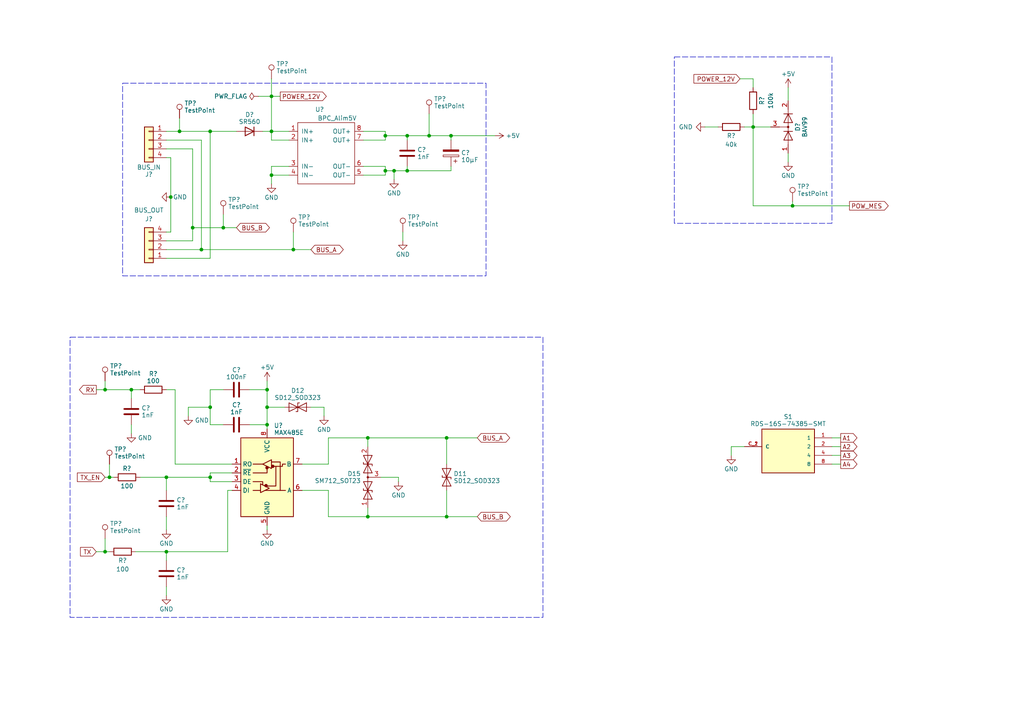
<source format=kicad_sch>
(kicad_sch (version 20230121) (generator eeschema)
  (paper "A4")
  (title_block (title "Carte de commande d'un OYA - Esclave RS485") (date "2024-04-01") (rev "D0") (company "BPC") (comment 1 "Technologie CMS basée sur ATMEGA328") (comment 2 "Monitoring de tension d'alimentation") (comment 3 "1 sortie 12V/5A - 2 entrées TOR - 1 débimètre - 1 LED - Temp - RS485"))
  (lib_symbols
    (symbol "Connector:TestPoint" (pin_numbers hide) (pin_names (offset 0.762) hide)
      (property "Reference" "TP" (at 0 6.858 0))
      (property "Value" "TestPoint" (at 0 5.08 0))
      (symbol "TestPoint_0_1"
        (circle (center 0 3.302) (radius 0.762))
      )
      (symbol "TestPoint_1_1"
        (pin passive line (at 0 0 90) (length 2.54) (name "1") (number "1"))
      )
    )
    (symbol "Connector_Generic:Conn_01x04" (pin_names (offset 1.016) hide)
      (property "Reference" "J" (at 0 5.08 0))
      (property "Value" "Conn_01x04" (at 0 -7.62 0))
      (symbol "Conn_01x04_1_1"
        (rectangle (start -1.27 -4.953) (end 0 -5.207) (stroke (width 0.1524)))
        (rectangle (start -1.27 -2.413) (end 0 -2.667) (stroke (width 0.1524)))
        (rectangle (start -1.27 0.127) (end 0 -0.127) (stroke (width 0.1524)))
        (rectangle (start -1.27 2.667) (end 0 2.413) (stroke (width 0.1524)))
        (rectangle (start -1.27 3.81) (end 1.27 -6.35) (stroke (width 0.254)) (fill (type background)))
        (pin passive line (at -5.08 2.54 0) (length 3.81) (name "Pin_1") (number "1"))
        (pin passive line (at -5.08 0 0) (length 3.81) (name "Pin_2") (number "2"))
        (pin passive line (at -5.08 -2.54 0) (length 3.81) (name "Pin_3") (number "3"))
        (pin passive line (at -5.08 -5.08 0) (length 3.81) (name "Pin_4") (number "4"))
      )
    )
    (symbol "Device:C" (pin_numbers hide) (pin_names (offset 0.254))
      (property "Reference" "C" (at 0.635 2.54 0))
      (property "Value" "C" (at 0.635 -2.54 0))
      (symbol "C_0_1"
        (polyline (pts (xy -2.032 -0.762) (xy 2.032 -0.762)) (stroke (width 0.508)))
        (polyline (pts (xy -2.032 0.762) (xy 2.032 0.762)) (stroke (width 0.508)))
      )
      (symbol "C_1_1"
        (pin passive line (at 0 3.81 270) (length 2.794) (name "~") (number "1"))
        (pin passive line (at 0 -3.81 90) (length 2.794) (name "~") (number "2"))
      )
    )
    (symbol "Device:C_Polarized" (pin_numbers hide) (pin_names (offset 0.254))
      (property "Reference" "C" (at 0.635 2.54 0))
      (property "Value" "C_Polarized" (at 0.635 -2.54 0))
      (symbol "C_Polarized_0_1"
        (rectangle (start -2.286 0.508) (end 2.286 1.016))
        (polyline (pts (xy -1.778 2.286) (xy -0.762 2.286)))
        (polyline (pts (xy -1.27 2.794) (xy -1.27 1.778)))
        (rectangle (start 2.286 -0.508) (end -2.286 -1.016) (fill (type outline)))
      )
      (symbol "C_Polarized_1_1"
        (pin passive line (at 0 3.81 270) (length 2.794) (name "~") (number "1"))
        (pin passive line (at 0 -3.81 90) (length 2.794) (name "~") (number "2"))
      )
    )
    (symbol "Device:D" (pin_numbers hide) (pin_names (offset 1.016) hide)
      (property "Reference" "D" (at 0 2.54 0))
      (property "Value" "D" (at 0 -2.54 0))
      (symbol "D_0_1"
        (polyline (pts (xy -1.27 1.27) (xy -1.27 -1.27)) (stroke (width 0.254)))
        (polyline (pts (xy 1.27 0) (xy -1.27 0)))
        (polyline (pts (xy 1.27 1.27) (xy 1.27 -1.27) (xy -1.27 0) (xy 1.27 1.27)) (stroke (width 0.254)))
      )
      (symbol "D_1_1"
        (pin passive line (at -3.81 0 0) (length 2.54) (name "K") (number "1"))
        (pin passive line (at 3.81 0 180) (length 2.54) (name "A") (number "2"))
      )
    )
    (symbol "Device:R" (pin_numbers hide) (pin_names (offset 0))
      (property "Reference" "R" (at 2.032 0 90))
      (property "Value" "R" (at 0 0 90))
      (symbol "R_0_1"
        (rectangle (start -1.016 -2.54) (end 1.016 2.54) (stroke (width 0.254)))
      )
      (symbol "R_1_1"
        (pin passive line (at 0 3.81 270) (length 1.27) (name "~") (number "1"))
        (pin passive line (at 0 -3.81 90) (length 1.27) (name "~") (number "2"))
      )
    )
    (symbol "Diode:BAV99" (pin_names hide)
      (property "Reference" "D" (at 0 5.08 0))
      (property "Value" "BAV99" (at 0 2.54 0))
      (symbol "BAV99_0_1"
        (polyline (pts (xy -5.08 0) (xy 5.08 0)))
      )
      (symbol "BAV99_1_1"
        (polyline (pts (xy 0 0) (xy 0 -2.54)))
        (polyline (pts (xy -1.27 -1.27) (xy -1.27 1.27) (xy -1.27 1.27)) (stroke (width 0.2032)))
        (polyline (pts (xy 3.81 1.27) (xy 3.81 -1.27) (xy 3.81 -1.27)) (stroke (width 0.2032)))
        (polyline (pts (xy -3.81 1.27) (xy -1.27 0) (xy -3.81 -1.27) (xy -3.81 1.27) (xy -3.81 1.27) (xy -3.81 1.27)) (stroke (width 0.2032)))
        (polyline (pts (xy 1.27 1.27) (xy 3.81 0) (xy 1.27 -1.27) (xy 1.27 1.27) (xy 1.27 1.27) (xy 1.27 1.27)) (stroke (width 0.2032)))
        (circle (center 0 0) (radius 0.254) (fill (type outline)))
        (pin passive line (at -7.62 0 0) (length 2.54) (name "K") (number "1"))
        (pin passive line (at 7.62 0 180) (length 2.54) (name "A") (number "2"))
        (pin passive line (at 0 -5.08 90) (length 2.54) (name "K") (number "3"))
      )
    )
    (symbol "Diode:SD12_SOD323" (pin_numbers hide) (pin_names (offset 1.016) hide)
      (property "Reference" "D" (at 0 2.54 0))
      (property "Value" "SD12_SOD323" (at 0 -2.54 0))
      (symbol "SD12_SOD323_0_1"
        (polyline (pts (xy 1.27 0) (xy -1.27 0)))
        (polyline (pts (xy -2.54 -1.27) (xy 0 0) (xy -2.54 1.27) (xy -2.54 -1.27)) (stroke (width 0.2032)))
        (polyline (pts (xy 0.508 1.27) (xy 0 1.27) (xy 0 -1.27) (xy -0.508 -1.27)) (stroke (width 0.2032)))
        (polyline (pts (xy 2.54 1.27) (xy 2.54 -1.27) (xy 0 0) (xy 2.54 1.27)) (stroke (width 0.2032)))
      )
      (symbol "SD12_SOD323_1_1"
        (pin passive line (at -3.81 0 0) (length 2.54) (name "A1") (number "1"))
        (pin passive line (at 3.81 0 180) (length 2.54) (name "A2") (number "2"))
      )
    )
    (symbol "Diode:SM712_SOT23" (pin_names (offset 1.016) hide)
      (property "Reference" "D" (at 0 4.445 0))
      (property "Value" "SM712_SOT23" (at 0 2.54 0))
      (symbol "SM712_SOT23_0_0"
        (polyline (pts (xy 0 -1.27) (xy 0 0)))
      )
      (symbol "SM712_SOT23_0_1"
        (polyline (pts (xy -6.35 0) (xy 6.35 0)))
        (polyline (pts (xy -3.302 1.27) (xy -3.81 1.27) (xy -3.81 -1.27) (xy -4.318 -1.27)) (stroke (width 0.2032)))
        (polyline (pts (xy 4.318 1.27) (xy 3.81 1.27) (xy 3.81 -1.27) (xy 3.302 -1.27)) (stroke (width 0.2032)))
        (polyline (pts (xy -6.35 -1.27) (xy -1.27 1.27) (xy -1.27 -1.27) (xy -6.35 1.27) (xy -6.35 -1.27)) (stroke (width 0.2032)))
        (polyline (pts (xy 1.27 -1.27) (xy 1.27 1.27) (xy 6.35 -1.27) (xy 6.35 1.27) (xy 1.27 -1.27)) (stroke (width 0.2032)))
        (circle (center 0 0) (radius 0.254) (fill (type outline)))
      )
      (symbol "SM712_SOT23_1_1"
        (pin passive line (at -8.89 0 0) (length 2.54) (name "A1") (number "1"))
        (pin passive line (at 8.89 0 180) (length 2.54) (name "A2") (number "2"))
        (pin input line (at 0 -3.81 90) (length 2.54) (name "common") (number "3"))
      )
    )
    (symbol "Interface_UART:MAX485E"
      (property "Reference" "U" (at -6.096 11.43 0))
      (property "Value" "MAX485E" (at 0.762 11.43 0))
      (symbol "MAX485E_0_1"
        (rectangle (start -7.62 10.16) (end 7.62 -12.7) (stroke (width 0.254)) (fill (type background)))
        (circle (center -0.3048 -3.683) (radius 0.3556) (stroke (width 0.254)) (fill (type outline)))
        (circle (center -0.0254 1.4986) (radius 0.3556) (stroke (width 0.254)) (fill (type outline)))
        (polyline (pts (xy -4.064 -5.08) (xy -1.905 -5.08)) (stroke (width 0.254)))
        (polyline (pts (xy -4.064 2.54) (xy -1.27 2.54)) (stroke (width 0.254)))
        (polyline (pts (xy -1.27 -3.2004) (xy -1.27 -3.4544)) (stroke (width 0.254)))
        (polyline (pts (xy -0.635 -5.08) (xy 5.334 -5.08)) (stroke (width 0.254)))
        (polyline (pts (xy -4.064 -2.54) (xy -1.27 -2.54) (xy -1.27 -3.175)) (stroke (width 0.254)))
        (polyline (pts (xy 0 1.27) (xy 0 0) (xy -4.064 0)) (stroke (width 0.254)))
        (polyline (pts (xy 1.27 3.175) (xy 3.81 3.175) (xy 3.81 -5.08)) (stroke (width 0.254)))
        (polyline (pts (xy 2.54 1.905) (xy 2.54 -3.81) (xy 0 -3.81)) (stroke (width 0.254)))
        (polyline (pts (xy -1.905 -3.175) (xy -1.905 -5.715) (xy 0.635 -4.445) (xy -1.905 -3.175)) (stroke (width 0.254)))
        (polyline (pts (xy -1.27 2.54) (xy 1.27 3.81) (xy 1.27 1.27) (xy -1.27 2.54)) (stroke (width 0.254)))
        (polyline (pts (xy 1.905 1.905) (xy 4.445 1.905) (xy 4.445 2.54) (xy 5.334 2.54)) (stroke (width 0.254)))
        (rectangle (start 1.27 3.175) (end 1.27 3.175))
        (circle (center 1.651 1.905) (radius 0.3556) (stroke (width 0.254)) (fill (type outline)))
      )
      (symbol "MAX485E_1_1"
        (pin output line (at -10.16 2.54 0) (length 2.54) (name "RO") (number "1"))
        (pin input line (at -10.16 0 0) (length 2.54) (name "~{RE}") (number "2"))
        (pin input line (at -10.16 -2.54 0) (length 2.54) (name "DE") (number "3"))
        (pin input line (at -10.16 -5.08 0) (length 2.54) (name "DI") (number "4"))
        (pin power_in line (at 0 -15.24 90) (length 2.54) (name "GND") (number "5"))
        (pin bidirectional line (at 10.16 -5.08 180) (length 2.54) (name "A") (number "6"))
        (pin bidirectional line (at 10.16 2.54 180) (length 2.54) (name "B") (number "7"))
        (pin power_in line (at 0 12.7 270) (length 2.54) (name "VCC") (number "8"))
      )
    )
    (symbol "bpc:BPC_Alim5V" (pin_names (offset 1.016))
      (property "Reference" "U" (at 6.35 6.35 0))
      (property "Value" "BPC_Alim5V" (at 11.43 3.81 0))
      (symbol "BPC_Alim5V_0_1"
        (rectangle (start 0 2.54) (end 16.51 -15.24))
      )
      (symbol "BPC_Alim5V_1_1"
        (pin power_in line (at -2.54 0 0) (length 2.54) (name "IN+") (number "1"))
        (pin power_in line (at -2.54 -2.54 0) (length 2.54) (name "IN+") (number "2"))
        (pin power_in line (at -2.54 -10.16 0) (length 2.54) (name "IN-") (number "3"))
        (pin power_in line (at -2.54 -12.7 0) (length 2.54) (name "IN-") (number "4"))
        (pin power_out line (at 19.05 -12.7 180) (length 2.54) (name "OUT-") (number "5"))
        (pin passive line (at 19.05 -10.16 180) (length 2.54) (name "OUT-") (number "6"))
        (pin passive line (at 19.05 -2.54 180) (length 2.54) (name "OUT+") (number "7"))
        (pin power_out line (at 19.05 0 180) (length 2.54) (name "OUT+") (number "8"))
      )
    )
    (symbol "bpc:BPC_RDS-16S-74385-SMT" (pin_names (offset 1.016))
      (property "Reference" "S" (at -7.62 5.842 0))
      (property "Value" "RDS-16S-74385-SMT" (at -7.62 -8.382 0))
      (symbol "BPC_RDS-16S-74385-SMT_0_0"
        (rectangle (start -7.62 -7.62) (end 7.62 5.08) (stroke (width 0.254)) (fill (type background)))
        (pin passive line (at 12.7 2.54 180) (length 5.08) (name "1") (number "1"))
        (pin passive line (at 12.7 0 180) (length 5.08) (name "2") (number "2"))
        (pin passive line (at 12.7 -2.54 180) (length 5.08) (name "4") (number "4"))
        (pin passive line (at 12.7 -5.08 180) (length 5.08) (name "8") (number "8"))
        (pin passive line (at -12.7 0 0) (length 5.08) (name "C") (number "C_1"))
        (pin passive line (at -12.7 0 0) (length 5.08) (name "C") (number "C_2"))
      )
    )
    (symbol "power:+5V" (power) (pin_names (offset 0))
      (property "Value" "+5V" (at 0 3.556 0))
      (symbol "+5V_0_1"
        (polyline (pts (xy -0.762 1.27) (xy 0 2.54)))
        (polyline (pts (xy 0 0) (xy 0 2.54)))
        (polyline (pts (xy 0 2.54) (xy 0.762 1.27)))
      )
      (symbol "+5V_1_1"
        (pin power_in line (at 0 0 90) (length 0) hide (name "+5V") (number "1"))
      )
    )
    (symbol "power:GND" (power) (pin_names (offset 0))
      (property "Value" "GND" (at 0 -3.81 0))
      (symbol "GND_0_1"
        (polyline (pts (xy 0 0) (xy 0 -1.27) (xy 1.27 -1.27) (xy 0 -2.54) (xy -1.27 -1.27) (xy 0 -1.27)))
      )
      (symbol "GND_1_1"
        (pin power_in line (at 0 0 270) (length 0) hide (name "GND") (number "1"))
      )
    )
    (symbol "power:PWR_FLAG" (power) (pin_numbers hide) (pin_names (offset 0) hide)
      (property "Value" "PWR_FLAG" (at 0 3.81 0))
      (symbol "PWR_FLAG_0_0"
        (pin power_out line (at 0 0 90) (length 0) (name "pwr") (number "1"))
      )
      (symbol "PWR_FLAG_0_1"
        (polyline (pts (xy 0 0) (xy 0 1.27) (xy -1.016 1.905) (xy 0 2.54) (xy 1.016 1.905) (xy 0 1.27)))
      )
    )
  )
  (junction (at 124.46 39.37))
  (junction (at 85.09 72.39))
  (junction (at 229.87 59.69))
  (junction (at 111.76 39.37))
  (junction (at 77.47 123.19))
  (junction (at 77.47 118.11))
  (junction (at 49.53 57.15))
  (junction (at 106.68 127))
  (junction (at 60.96 118.11))
  (junction (at 64.77 66.04))
  (junction (at 78.74 50.8))
  (junction (at 30.48 160.02))
  (junction (at 30.48 113.03))
  (junction (at 52.07 38.1))
  (junction (at 114.3 49.53))
  (junction (at 118.11 49.53))
  (junction (at 60.96 38.1))
  (junction (at 31.75 138.43))
  (junction (at 38.1 113.03))
  (junction (at 130.81 39.37))
  (junction (at 106.68 149.86))
  (junction (at 77.47 113.03))
  (junction (at 48.26 160.02))
  (junction (at 58.42 72.39))
  (junction (at 78.74 27.94))
  (junction (at 129.54 149.86))
  (junction (at 78.74 38.1))
  (junction (at 118.11 39.37))
  (junction (at 55.88 66.04))
  (junction (at 60.96 138.43))
  (junction (at 48.26 138.43))
  (junction (at 111.76 49.53))
  (junction (at 218.44 36.83))
  (junction (at 129.54 127))
  (wire (pts (xy 78.74 48.26) (xy 78.74 50.8)))
  (wire (pts (xy 77.47 152.4) (xy 77.47 153.67)))
  (wire (pts (xy 27.94 160.02) (xy 30.48 160.02)))
  (wire (pts (xy 215.9 129.54) (xy 212.09 129.54)))
  (wire (pts (xy 111.76 48.26) (xy 111.76 49.53)))
  (wire (pts (xy 78.74 50.8) (xy 83.82 50.8)))
  (wire (pts (xy 83.82 48.26) (xy 78.74 48.26)))
  (wire (pts (xy 30.48 113.03) (xy 38.1 113.03)))
  (wire (pts (xy 60.96 123.19) (xy 64.77 123.19)))
  (wire (pts (xy 111.76 49.53) (xy 111.76 50.8)))
  (wire (pts (xy 93.98 118.11) (xy 93.98 120.65)))
  (wire (pts (xy 95.25 149.86) (xy 95.25 142.24)))
  (wire (pts (xy 54.61 118.11) (xy 60.96 118.11)))
  (wire (pts (xy 77.47 118.11) (xy 82.55 118.11)))
  (wire (pts (xy 241.3 127) (xy 243.84 127)))
  (wire (pts (xy 52.07 34.29) (xy 52.07 38.1)))
  (wire (pts (xy 38.1 113.03) (xy 38.1 115.57)))
  (wire (pts (xy 218.44 59.69) (xy 218.44 36.83)))
  (wire (pts (xy 52.07 38.1) (xy 60.96 38.1)))
  (wire (pts (xy 95.25 127) (xy 106.68 127)))
  (wire (pts (xy 215.9 36.83) (xy 218.44 36.83)))
  (wire (pts (xy 229.87 59.69) (xy 218.44 59.69)))
  (wire (pts (xy 64.77 62.23) (xy 64.77 66.04)))
  (wire (pts (xy 60.96 118.11) (xy 60.96 123.19)))
  (wire (pts (xy 77.47 113.03) (xy 77.47 118.11)))
  (wire (pts (xy 228.6 44.45) (xy 228.6 46.99)))
  (wire (pts (xy 31.75 138.43) (xy 33.02 138.43)))
  (wire (pts (xy 87.63 134.62) (xy 95.25 134.62)))
  (wire (pts (xy 27.94 113.03) (xy 30.48 113.03)))
  (wire (pts (xy 60.96 38.1) (xy 68.58 38.1)))
  (wire (pts (xy 241.3 132.08) (xy 243.84 132.08)))
  (wire (pts (xy 55.88 69.85) (xy 48.26 69.85)))
  (wire (pts (xy 78.74 27.94) (xy 81.28 27.94)))
  (wire (pts (xy 105.41 40.64) (xy 111.76 40.64)))
  (wire (pts (xy 48.26 149.86) (xy 48.26 153.67)))
  (wire (pts (xy 124.46 39.37) (xy 130.81 39.37)))
  (wire (pts (xy 106.68 127) (xy 129.54 127)))
  (wire (pts (xy 218.44 33.02) (xy 218.44 36.83)))
  (wire (pts (xy 106.68 147.32) (xy 106.68 149.86)))
  (wire (pts (xy 50.8 134.62) (xy 67.31 134.62)))
  (wire (pts (xy 48.26 67.31) (xy 49.53 67.31)))
  (wire (pts (xy 49.53 57.15) (xy 49.53 67.31)))
  (wire (pts (xy 130.81 49.53) (xy 130.81 48.26)))
  (wire (pts (xy 67.31 137.16) (xy 60.96 137.16)))
  (wire (pts (xy 118.11 39.37) (xy 124.46 39.37)))
  (wire (pts (xy 60.96 113.03) (xy 64.77 113.03)))
  (wire (pts (xy 30.48 110.49) (xy 30.48 113.03)))
  (wire (pts (xy 38.1 123.19) (xy 38.1 125.73)))
  (wire (pts (xy 124.46 33.02) (xy 124.46 39.37)))
  (wire (pts (xy 77.47 123.19) (xy 77.47 124.46)))
  (wire (pts (xy 30.48 160.02) (xy 31.75 160.02)))
  (wire (pts (xy 60.96 137.16) (xy 60.96 138.43)))
  (wire (pts (xy 204.47 36.83) (xy 208.28 36.83)))
  (wire (pts (xy 116.84 67.31) (xy 116.84 69.85)))
  (wire (pts (xy 78.74 22.86) (xy 78.74 27.94)))
  (wire (pts (xy 48.26 160.02) (xy 48.26 162.56)))
  (wire (pts (xy 48.26 138.43) (xy 48.26 142.24)))
  (wire (pts (xy 229.87 58.42) (xy 229.87 59.69)))
  (wire (pts (xy 77.47 110.49) (xy 77.47 113.03)))
  (wire (pts (xy 111.76 38.1) (xy 111.76 39.37)))
  (wire (pts (xy 228.6 25.4) (xy 228.6 29.21)))
  (wire (pts (xy 246.38 59.69) (xy 229.87 59.69)))
  (wire (pts (xy 48.26 160.02) (xy 66.04 160.02)))
  (wire (pts (xy 60.96 113.03) (xy 60.96 118.11)))
  (wire (pts (xy 64.77 66.04) (xy 68.58 66.04)))
  (wire (pts (xy 72.39 123.19) (xy 77.47 123.19)))
  (wire (pts (xy 78.74 38.1) (xy 78.74 40.64)))
  (wire (pts (xy 78.74 38.1) (xy 83.82 38.1)))
  (wire (pts (xy 60.96 139.7) (xy 67.31 139.7)))
  (wire (pts (xy 110.49 138.43) (xy 115.57 138.43)))
  (wire (pts (xy 48.26 43.18) (xy 55.88 43.18)))
  (wire (pts (xy 48.26 113.03) (xy 50.8 113.03)))
  (wire (pts (xy 58.42 72.39) (xy 85.09 72.39)))
  (wire (pts (xy 40.64 138.43) (xy 48.26 138.43)))
  (wire (pts (xy 48.26 138.43) (xy 60.96 138.43)))
  (wire (pts (xy 129.54 127) (xy 129.54 134.62)))
  (wire (pts (xy 106.68 149.86) (xy 129.54 149.86)))
  (wire (pts (xy 105.41 38.1) (xy 111.76 38.1)))
  (wire (pts (xy 85.09 67.31) (xy 85.09 72.39)))
  (wire (pts (xy 58.42 72.39) (xy 58.42 40.64)))
  (wire (pts (xy 111.76 39.37) (xy 118.11 39.37)))
  (wire (pts (xy 214.63 22.86) (xy 218.44 22.86)))
  (wire (pts (xy 55.88 66.04) (xy 55.88 69.85)))
  (wire (pts (xy 60.96 74.93) (xy 48.26 74.93)))
  (wire (pts (xy 48.26 38.1) (xy 52.07 38.1)))
  (wire (pts (xy 58.42 40.64) (xy 48.26 40.64)))
  (wire (pts (xy 77.47 118.11) (xy 77.47 123.19)))
  (wire (pts (xy 87.63 142.24) (xy 95.25 142.24)))
  (wire (pts (xy 106.68 127) (xy 106.68 129.54)))
  (wire (pts (xy 60.96 138.43) (xy 60.96 139.7)))
  (wire (pts (xy 111.76 49.53) (xy 114.3 49.53)))
  (wire (pts (xy 72.39 113.03) (xy 77.47 113.03)))
  (wire (pts (xy 39.37 160.02) (xy 48.26 160.02)))
  (wire (pts (xy 54.61 120.65) (xy 54.61 118.11)))
  (wire (pts (xy 30.48 156.21) (xy 30.48 160.02)))
  (wire (pts (xy 105.41 50.8) (xy 111.76 50.8)))
  (wire (pts (xy 130.81 39.37) (xy 143.51 39.37)))
  (wire (pts (xy 74.93 27.94) (xy 78.74 27.94)))
  (wire (pts (xy 48.26 45.72) (xy 49.53 45.72)))
  (wire (pts (xy 48.26 72.39) (xy 58.42 72.39)))
  (wire (pts (xy 129.54 142.24) (xy 129.54 149.86)))
  (wire (pts (xy 115.57 138.43) (xy 115.57 139.7)))
  (wire (pts (xy 241.3 129.54) (xy 243.84 129.54)))
  (wire (pts (xy 114.3 49.53) (xy 118.11 49.53)))
  (wire (pts (xy 218.44 36.83) (xy 223.52 36.83)))
  (wire (pts (xy 55.88 43.18) (xy 55.88 66.04)))
  (wire (pts (xy 30.48 138.43) (xy 31.75 138.43)))
  (wire (pts (xy 106.68 149.86) (xy 95.25 149.86)))
  (wire (pts (xy 48.26 170.18) (xy 48.26 172.72)))
  (wire (pts (xy 105.41 48.26) (xy 111.76 48.26)))
  (wire (pts (xy 241.3 134.62) (xy 243.84 134.62)))
  (wire (pts (xy 55.88 66.04) (xy 64.77 66.04)))
  (wire (pts (xy 66.04 142.24) (xy 67.31 142.24)))
  (wire (pts (xy 129.54 149.86) (xy 138.43 149.86)))
  (wire (pts (xy 85.09 72.39) (xy 90.17 72.39)))
  (wire (pts (xy 83.82 40.64) (xy 78.74 40.64)))
  (wire (pts (xy 50.8 113.03) (xy 50.8 134.62)))
  (wire (pts (xy 78.74 50.8) (xy 78.74 53.34)))
  (wire (pts (xy 114.3 49.53) (xy 114.3 52.07)))
  (wire (pts (xy 66.04 160.02) (xy 66.04 142.24)))
  (wire (pts (xy 78.74 38.1) (xy 78.74 27.94)))
  (wire (pts (xy 76.2 38.1) (xy 78.74 38.1)))
  (wire (pts (xy 218.44 22.86) (xy 218.44 25.4)))
  (wire (pts (xy 49.53 45.72) (xy 49.53 57.15)))
  (wire (pts (xy 38.1 113.03) (xy 40.64 113.03)))
  (wire (pts (xy 111.76 39.37) (xy 111.76 40.64)))
  (wire (pts (xy 95.25 134.62) (xy 95.25 127)))
  (wire (pts (xy 90.17 118.11) (xy 93.98 118.11)))
  (wire (pts (xy 130.81 39.37) (xy 130.81 40.64)))
  (wire (pts (xy 60.96 38.1) (xy 60.96 74.93)))
  (wire (pts (xy 118.11 48.26) (xy 118.11 49.53)))
  (wire (pts (xy 118.11 49.53) (xy 130.81 49.53)))
  (wire (pts (xy 31.75 134.62) (xy 31.75 138.43)))
  (wire (pts (xy 118.11 39.37) (xy 118.11 40.64)))
  (wire (pts (xy 212.09 129.54) (xy 212.09 132.08)))
  (wire (pts (xy 129.54 127) (xy 138.43 127)))
  (rectangle (start 195.58 16.51) (end 241.3 64.77) (stroke (width 0) (type dash)))
  (rectangle (start 35.56 24.13) (end 140.97 80.01) (stroke (width 0) (type dash)))
  (rectangle (start 20.32 97.79) (end 157.48 179.07) (stroke (width 0) (type dash)))
  (global_label "TX" (shape input) (at 27.94 160.02 180) (property "Intersheetrefs" "${INTERSHEET_REFS}" (effects hide)))
  (global_label "A2" (shape output) (at 243.84 129.54 0) (property "Intersheetrefs" "${INTERSHEET_REFS}" (effects hide)))
  (global_label "RX" (shape output) (at 27.94 113.03 180) (property "Intersheetrefs" "${INTERSHEET_REFS}" (effects hide)))
  (global_label "A4" (shape output) (at 243.84 134.62 0) (property "Intersheetrefs" "${INTERSHEET_REFS}" (effects hide)))
  (global_label "A3" (shape output) (at 243.84 132.08 0) (property "Intersheetrefs" "${INTERSHEET_REFS}" (effects hide)))
  (global_label "POW_MES" (shape output) (at 246.38 59.69 0) (property "Intersheetrefs" "${INTERSHEET_REFS}" (effects hide)))
  (global_label "BUS_A" (shape tri_state) (at 138.43 127 0) (property "Intersheetrefs" "${INTERSHEET_REFS}" (effects hide)))
  (global_label "TX_EN" (shape input) (at 30.48 138.43 180) (property "Intersheetrefs" "${INTERSHEET_REFS}" (effects hide)))
  (global_label "A1" (shape output) (at 243.84 127 0) (property "Intersheetrefs" "${INTERSHEET_REFS}" (effects hide)))
  (global_label "BUS_B" (shape tri_state) (at 138.43 149.86 0) (property "Intersheetrefs" "${INTERSHEET_REFS}" (effects hide)))
  (global_label "POWER_12V" (shape input) (at 214.63 22.86 180) (property "Intersheetrefs" "${INTERSHEET_REFS}" (effects hide)))
  (global_label "POWER_12V" (shape output) (at 81.28 27.94 0) (property "Intersheetrefs" "${INTERSHEET_REFS}" (effects hide)))
  (global_label "BUS_A" (shape tri_state) (at 90.17 72.39 0) (property "Intersheetrefs" "${INTERSHEET_REFS}" (effects hide)))
  (global_label "BUS_B" (shape tri_state) (at 68.58 66.04 0) (property "Intersheetrefs" "${INTERSHEET_REFS}" (effects hide)))
  (symbol (lib_id "Connector:TestPoint") (at 116.84 67.31 0) (unit 1)
    (property "Reference" "TP?" (at 118.237 62.984 0) (effects (justify left)))
    (property "Value" "TestPoint" (at 118.237 65.032 0) (effects (justify left)))
    (property "Footprint" "TestPoint:TestPoint_Pad_D1.5mm" (effects hide))
    (instances (project "jard_rs485_slave_at328" (path "" (reference "TP?") (unit 1)) (path "" (reference "TP10") (unit 1))))
  )
  (symbol (lib_id "power:GND") (at 114.3 52.07 0) (unit 1)
    (property "Reference" "#PWR?" (effects hide))
    (property "Value" "GND" (at 114.3 56.015 0))
    (instances (project "jard_rs485_slave_at328" (path "" (reference "#PWR?") (unit 1)) (path "" (reference "#PWR010") (unit 1))))
  )
  (symbol (lib_id "Device:C") (at 48.26 166.37 0) (unit 1)
    (property "Reference" "C?" (at 51.181 165.346 0) (effects (justify left)))
    (property "Value" "1nF" (at 51.181 167.394 0) (effects (justify left)))
    (property "Footprint" "Capacitor_SMD:C_0603_1608Metric" (effects hide))
    (instances (project "jard_rs485_slave_at328" (path "" (reference "C?") (unit 1)) (path "" (reference "C12") (unit 1))))
  )
  (symbol (lib_id "Interface_UART:MAX485E") (at 77.47 137.16 0) (unit 1)
    (property "Reference" "U?" (at 79.4259 123.42 0) (effects (justify left)))
    (property "Value" "MAX485E" (at 79.4259 125.468 0) (effects (justify left)))
    (property "Footprint" "Package_SO:SO-8_3.9x4.9mm_P1.27mm" (effects hide))
    (property "Datasheet" "https://datasheets.maximintegrated.com/en/ds/MAX1487E-MAX491E.pdf" (effects hide))
    (property "Farnell" "2519414" (effects hide))
    (instances (project "jard_rs485_slave_at328" (path "" (reference "U?") (unit 1)) (path "" (reference "U2") (unit 1))))
  )
  (symbol (lib_id "Device:R") (at 35.56 160.02 90) (unit 1)
    (property "Reference" "R?" (at 35.56 162.56 90))
    (property "Value" "100" (at 35.56 165.1 90))
    (property "Footprint" "Resistor_SMD:R_0805_2012Metric_Pad1.20x1.40mm_HandSolder" (effects hide))
    (instances (project "jard_rs485_slave_at328" (path "" (reference "R?") (unit 1)) (path "" (reference "R3") (unit 1))))
  )
  (symbol (lib_id "power:+5V") (at 77.47 110.49 0) (unit 1)
    (property "Reference" "#PWR?" (effects hide))
    (property "Value" "+5V" (at 77.47 106.545 0))
    (instances (project "jard_rs485_slave_at328" (path "" (reference "#PWR?") (unit 1)) (path "" (reference "#PWR013") (unit 1))))
  )
  (symbol (lib_id "Device:C") (at 68.58 113.03 270) (unit 1)
    (property "Reference" "C?" (at 68.58 107.291 90))
    (property "Value" "100nF" (at 68.58 109.339 90))
    (property "Footprint" "Capacitor_SMD:C_0603_1608Metric" (effects hide))
    (instances (project "jard_rs485_slave_at328" (path "" (reference "C?") (unit 1)) (path "" (reference "C3") (unit 1))))
  )
  (symbol (lib_id "Diode:SD12_SOD323") (at 129.54 138.43 90) (unit 1)
    (property "Reference" "D11" (at 131.5466 137.406 90) (effects (justify right)))
    (property "Value" "SD12_SOD323" (at 131.5466 139.454 90) (effects (justify right)))
    (property "Footprint" "Diode_SMD:D_SOD-323" (effects hide))
    (property "Datasheet" "https://www.littelfuse.com/~/media/electronics/datasheets/tvs_diode_arrays/littelfuse_tvs_diode_array_sd_c_datasheet.pdf.pdf" (effects hide))
  )
  (symbol (lib_id "power:GND") (at 115.57 139.7 0) (unit 1)
    (property "Reference" "#PWR?" (effects hide))
    (property "Value" "GND" (at 115.57 143.645 0))
    (instances (project "jard_rs485_slave_at328" (path "" (reference "#PWR?") (unit 1)) (path "" (reference "#PWR032") (unit 1))))
  )
  (symbol (lib_id "power:GND") (at 228.6 46.99 0) (unit 1)
    (property "Reference" "#PWR?" (effects hide))
    (property "Value" "GND" (at 228.6 50.935 0))
    (instances (project "jard_rs485_slave_at328" (path "" (reference "#PWR?") (unit 1)) (path "" (reference "#PWR017") (unit 1))))
  )
  (symbol (lib_id "Device:C") (at 38.1 119.38 0) (unit 1)
    (property "Reference" "C?" (at 41.021 118.356 0) (effects (justify left)))
    (property "Value" "1nF" (at 41.021 120.404 0) (effects (justify left)))
    (property "Footprint" "Capacitor_SMD:C_0603_1608Metric" (effects hide))
    (instances (project "jard_rs485_slave_at328" (path "" (reference "C?") (unit 1)) (path "" (reference "C10") (unit 1))))
  )
  (symbol (lib_id "power:+5V") (at 228.6 25.4 0) (unit 1)
    (property "Reference" "#PWR?" (effects hide))
    (property "Value" "+5V" (at 228.6 21.455 0))
    (instances (project "jard_rs485_slave_at328" (path "" (reference "#PWR?") (unit 1)) (path "" (reference "#PWR016") (unit 1))))
  )
  (symbol (lib_id "Connector_Generic:Conn_01x04") (at 43.18 72.39 180) (unit 1)
    (property "Reference" "J?" (at 43.18 63.5 0))
    (property "Value" "BUS_OUT" (at 43.18 60.96 0))
    (property "Footprint" "TerminalBlock_Phoenix:TerminalBlock_Phoenix_MPT-0,5-4-2.54_1x04_P2.54mm_Horizontal" (effects hide))
    (instances (project "jard_rs485_slave_at328" (path "" (reference "J?") (unit 1)) (path "" (reference "J2") (unit 1))))
  )
  (symbol (lib_id "Device:C") (at 68.58 123.19 270) (unit 1)
    (property "Reference" "C?" (at 68.58 117.451 90))
    (property "Value" "1nF" (at 68.58 119.499 90))
    (property "Footprint" "Capacitor_SMD:C_0603_1608Metric" (effects hide))
    (instances (project "jard_rs485_slave_at328" (path "" (reference "C?") (unit 1)) (path "" (reference "C4") (unit 1))))
  )
  (symbol (lib_id "power:GND") (at 77.47 153.67 0) (unit 1)
    (property "Reference" "#PWR?" (effects hide))
    (property "Value" "GND" (at 77.47 157.615 0))
    (instances (project "jard_rs485_slave_at328" (path "" (reference "#PWR?") (unit 1)) (path "" (reference "#PWR014") (unit 1))))
  )
  (symbol (lib_id "Device:R") (at 212.09 36.83 90) (unit 1)
    (property "Reference" "R?" (at 212.09 39.37 90))
    (property "Value" "40k" (at 212.09 41.91 90))
    (property "Footprint" "Resistor_SMD:R_0805_2012Metric_Pad1.20x1.40mm_HandSolder" (effects hide))
    (instances (project "jard_rs485_slave_at328" (path "" (reference "R?") (unit 1)) (path "" (reference "R4") (unit 1))))
  )
  (symbol (lib_id "Diode:BAV99") (at 228.6 36.83 270) (mirror x) (unit 1)
    (property "Reference" "D?" (at 231.3766 36.83 0))
    (property "Value" "BAV99" (at 233.4246 36.83 0))
    (property "Footprint" "Package_TO_SOT_SMD:SOT-23" (effects hide))
    (property "Datasheet" "https://assets.nexperia.com/documents/data-sheet/BAV99_SER.pdf" (effects hide))
    (instances (project "jard_rs485_slave_at328" (path "" (reference "D?") (unit 1)) (path "" (reference "D5") (unit 1))))
  )
  (symbol (lib_id "Diode:SM712_SOT23") (at 106.68 138.43 90) (unit 1)
    (property "Reference" "D15" (at 104.6734 137.406 90) (effects (justify left)))
    (property "Value" "SM712_SOT23" (at 104.6734 139.454 90) (effects (justify left)))
    (property "Footprint" "Package_TO_SOT_SMD:SOT-23" (effects hide))
    (property "Datasheet" "https://www.littelfuse.com/~/media/electronics/datasheets/tvs_diode_arrays/littelfuse_tvs_diode_array_sm712_datasheet.pdf.pdf" (effects hide))
  )
  (symbol (lib_id "power:GND") (at 48.26 172.72 0) (unit 1)
    (property "Reference" "#PWR?" (effects hide))
    (property "Value" "GND" (at 48.26 176.665 0))
    (instances (project "jard_rs485_slave_at328" (path "" (reference "#PWR?") (unit 1)) (path "" (reference "#PWR06") (unit 1))))
  )
  (symbol (lib_id "Device:C_Polarized") (at 130.81 44.45 180) (unit 1)
    (property "Reference" "C?" (at 133.731 44.315 0) (effects (justify right)))
    (property "Value" "10µF" (at 133.731 46.363 0) (effects (justify right)))
    (property "Footprint" "Capacitor_SMD:CP_Elec_5x5.9" (effects hide))
    (property "Farnell" "1698723" (effects hide))
    (property "Fabricant" "CHEMI-CON: EMZA350ADA100ME61G" (effects hide))
    (instances (project "jard_rs485_slave_at328" (path "" (reference "C?") (unit 1)) (path "" (reference "C2") (unit 1))))
  )
  (symbol (lib_id "bpc:BPC_RDS-16S-74385-SMT") (at 228.6 129.54 0) (unit 1)
    (property "Reference" "S1" (at 228.6 120.88 0))
    (property "Value" "RDS-16S-74385-SMT" (at 228.6 122.928 0))
    (property "Footprint" "bpc:BPC_RDS-16S-74385-SMT" (effects hide))
    (property "MF" "CUI Devices" (effects hide))
    (property "MAXIMUM_PACKAGE_HEIGHT" "8.35mm" (effects hide))
    (property "Package" "None" (effects hide))
    (property "Price" "None" (effects hide))
    (property "Check_prices" "https://www.snapeda.com/parts/RDS-16S-74385-SMT/CUI+Devices/view-part/?ref=eda" (effects hide))
    (property "STANDARD" "Manufacturer Recommendations" (effects hide))
    (property "PARTREV" "1.0" (effects hide))
    (property "SnapEDA_Link" "https://www.snapeda.com/parts/RDS-16S-74385-SMT/CUI+Devices/view-part/?ref=snap" (effects hide))
    (property "MP" "RDS-16S-74385-SMT" (effects hide))
    (property "Description" "16 Position, Surface Mount, 5.08 mm Pitch, Flat Rotary Actuator, DIP Switch" (effects hide))
    (property "CUI_purchase_URL" "https://www.cuidevices.com/product/switches/dip-switches/rds-16s-74385-smt?utm_source=snapeda.com&utm_medium=referral&utm_campaign=snapedaBOM" (effects hide))
    (property "Availability" "In Stock" (effects hide))
    (property "MANUFACTURER" "CUI Devices" (effects hide))
  )
  (symbol (lib_id "Connector:TestPoint") (at 229.87 58.42 0) (unit 1)
    (property "Reference" "TP?" (at 231.267 54.094 0) (effects (justify left)))
    (property "Value" "TestPoint" (at 231.267 56.142 0) (effects (justify left)))
    (property "Footprint" "TestPoint:TestPoint_Pad_D1.5mm" (effects hide))
    (instances (project "jard_rs485_slave_at328" (path "" (reference "TP?") (unit 1)) (path "" (reference "TP9") (unit 1))))
  )
  (symbol (lib_id "Device:C") (at 118.11 44.45 0) (unit 1)
    (property "Reference" "C?" (at 121.031 43.426 0) (effects (justify left)))
    (property "Value" "1nF" (at 121.031 45.474 0) (effects (justify left)))
    (property "Footprint" "Capacitor_SMD:C_0603_1608Metric" (effects hide))
    (instances (project "jard_rs485_slave_at328" (path "" (reference "C?") (unit 1)) (path "" (reference "C1") (unit 1))))
  )
  (symbol (lib_id "Device:D") (at 72.39 38.1 180) (unit 1)
    (property "Reference" "D?" (at 72.39 33.25 0))
    (property "Value" "SR560" (at 72.39 35.298 0))
    (property "Footprint" "Diode_THT:D_A-405_P7.62mm_Horizontal" (effects hide))
    (property "Sim.Device" "D" (effects hide))
    (property "Sim.Pins" "1=K 2=A" (effects hide))
    (instances (project "jard_rs485_slave_at328" (path "" (reference "D?") (unit 1)) (path "" (reference "D2") (unit 1))))
  )
  (symbol (lib_id "Connector:TestPoint") (at 64.77 62.23 0) (unit 1)
    (property "Reference" "TP?" (at 66.167 57.904 0) (effects (justify left)))
    (property "Value" "TestPoint" (at 66.167 59.952 0) (effects (justify left)))
    (property "Footprint" "TestPoint:TestPoint_Pad_D1.5mm" (effects hide))
    (instances (project "jard_rs485_slave_at328" (path "" (reference "TP?") (unit 1)) (path "" (reference "TP3") (unit 1))))
  )
  (symbol (lib_id "power:GND") (at 38.1 125.73 0) (unit 1)
    (property "Reference" "#PWR?" (effects hide))
    (property "Value" "GND" (at 40.005 127 0) (effects (justify left)))
    (instances (project "jard_rs485_slave_at328" (path "" (reference "#PWR?") (unit 1)) (path "" (reference "#PWR03") (unit 1))))
  )
  (symbol (lib_id "Device:R") (at 36.83 138.43 90) (unit 1)
    (property "Reference" "R?" (at 36.83 135.89 90))
    (property "Value" "100" (at 36.83 140.97 90))
    (property "Footprint" "Resistor_SMD:R_0805_2012Metric_Pad1.20x1.40mm_HandSolder" (effects hide))
    (instances (project "jard_rs485_slave_at328" (path "" (reference "R?") (unit 1)) (path "" (reference "R1") (unit 1))))
  )
  (symbol (lib_id "Connector:TestPoint") (at 31.75 134.62 0) (unit 1)
    (property "Reference" "TP?" (at 33.147 130.294 0) (effects (justify left)))
    (property "Value" "TestPoint" (at 33.147 132.342 0) (effects (justify left)))
    (property "Footprint" "TestPoint:TestPoint_Pad_D1.5mm" (effects hide))
    (instances (project "jard_rs485_slave_at328" (path "" (reference "TP?") (unit 1)) (path "" (reference "TP4") (unit 1))))
  )
  (symbol (lib_id "power:PWR_FLAG") (at 74.93 27.94 90) (unit 1)
    (property "Reference" "#FLG?" (effects hide))
    (property "Value" "PWR_FLAG" (at 71.7551 27.94 90) (effects (justify left)))
    (instances (project "jard_rs485_slave_at328" (path "" (reference "#FLG?") (unit 1)) (path "" (reference "#FLG01") (unit 1))))
  )
  (symbol (lib_id "power:GND") (at 54.61 120.65 0) (unit 1)
    (property "Reference" "#PWR?" (effects hide))
    (property "Value" "GND" (at 56.515 121.92 0) (effects (justify left)))
    (instances (project "jard_rs485_slave_at328" (path "" (reference "#PWR?") (unit 1)) (path "" (reference "#PWR011") (unit 1))))
  )
  (symbol (lib_id "power:GND") (at 204.47 36.83 270) (unit 1)
    (property "Reference" "#PWR?" (effects hide))
    (property "Value" "GND" (at 196.85 36.83 90) (effects (justify left)))
    (instances (project "jard_rs485_slave_at328" (path "" (reference "#PWR?") (unit 1)) (path "" (reference "#PWR015") (unit 1))))
  )
  (symbol (lib_id "power:GND") (at 212.09 132.08 0) (unit 1)
    (property "Reference" "#PWR?" (effects hide))
    (property "Value" "GND" (at 212.09 136.025 0))
    (instances (project "jard_rs485_slave_at328" (path "" (reference "#PWR?") (unit 1)) (path "" (reference "#PWR04") (unit 1))))
  )
  (symbol (lib_id "Connector:TestPoint") (at 124.46 33.02 0) (unit 1)
    (property "Reference" "TP?" (at 125.857 28.694 0) (effects (justify left)))
    (property "Value" "TestPoint" (at 125.857 30.742 0) (effects (justify left)))
    (property "Footprint" "TestPoint:TestPoint_Pad_D1.5mm" (effects hide))
    (instances (project "jard_rs485_slave_at328" (path "" (reference "TP?") (unit 1)) (path "" (reference "TP8") (unit 1))))
  )
  (symbol (lib_id "Connector:TestPoint") (at 52.07 34.29 0) (unit 1)
    (property "Reference" "TP?" (at 53.467 29.964 0) (effects (justify left)))
    (property "Value" "TestPoint" (at 53.467 32.012 0) (effects (justify left)))
    (property "Footprint" "TestPoint:TestPoint_Pad_D1.5mm" (effects hide))
    (instances (project "jard_rs485_slave_at328" (path "" (reference "TP?") (unit 1)) (path "" (reference "TP2") (unit 1))))
  )
  (symbol (lib_id "power:GND") (at 48.26 153.67 0) (unit 1)
    (property "Reference" "#PWR?" (effects hide))
    (property "Value" "GND" (at 48.26 157.615 0))
    (instances (project "jard_rs485_slave_at328" (path "" (reference "#PWR?") (unit 1)) (path "" (reference "#PWR02") (unit 1))))
  )
  (symbol (lib_id "Connector:TestPoint") (at 85.09 67.31 0) (unit 1)
    (property "Reference" "TP?" (at 86.487 62.984 0) (effects (justify left)))
    (property "Value" "TestPoint" (at 86.487 65.032 0) (effects (justify left)))
    (property "Footprint" "TestPoint:TestPoint_Pad_D1.5mm" (effects hide))
    (instances (project "jard_rs485_slave_at328" (path "" (reference "TP?") (unit 1)) (path "" (reference "TP6") (unit 1))))
  )
  (symbol (lib_id "Device:R") (at 44.45 113.03 90) (unit 1)
    (property "Reference" "R?" (at 44.45 108.434 90))
    (property "Value" "100" (at 44.45 110.482 90))
    (property "Footprint" "Resistor_SMD:R_0805_2012Metric_Pad1.20x1.40mm_HandSolder" (effects hide))
    (instances (project "jard_rs485_slave_at328" (path "" (reference "R?") (unit 1)) (path "" (reference "R2") (unit 1))))
  )
  (symbol (lib_id "power:GND") (at 116.84 69.85 0) (unit 1)
    (property "Reference" "#PWR?" (effects hide))
    (property "Value" "GND" (at 116.84 73.795 0))
    (instances (project "jard_rs485_slave_at328" (path "" (reference "#PWR?") (unit 1)) (path "" (reference "#PWR061") (unit 1))))
  )
  (symbol (lib_id "power:GND") (at 78.74 53.34 0) (unit 1)
    (property "Reference" "#PWR?" (effects hide))
    (property "Value" "GND" (at 78.74 57.285 0))
    (instances (project "jard_rs485_slave_at328" (path "" (reference "#PWR?") (unit 1)) (path "" (reference "#PWR05") (unit 1))))
  )
  (symbol (lib_id "Connector_Generic:Conn_01x04") (at 43.18 40.64 0) (mirror y) (unit 1)
    (property "Reference" "J?" (at 43.18 50.57 0))
    (property "Value" "BUS_IN" (at 43.18 48.522 0))
    (property "Footprint" "TerminalBlock_Phoenix:TerminalBlock_Phoenix_MPT-0,5-4-2.54_1x04_P2.54mm_Horizontal" (effects hide))
    (instances (project "jard_rs485_slave_at328" (path "" (reference "J?") (unit 1)) (path "" (reference "J1") (unit 1))))
  )
  (symbol (lib_id "Connector:TestPoint") (at 30.48 156.21 0) (unit 1)
    (property "Reference" "TP?" (at 31.877 151.884 0) (effects (justify left)))
    (property "Value" "TestPoint" (at 31.877 153.932 0) (effects (justify left)))
    (property "Footprint" "TestPoint:TestPoint_Pad_D1.5mm" (effects hide))
    (instances (project "jard_rs485_slave_at328" (path "" (reference "TP?") (unit 1)) (path "" (reference "TP7") (unit 1))))
  )
  (symbol (lib_id "power:GND") (at 93.98 120.65 0) (unit 1)
    (property "Reference" "#PWR?" (effects hide))
    (property "Value" "GND" (at 93.98 124.595 0))
    (instances (project "jard_rs485_slave_at328" (path "" (reference "#PWR?") (unit 1)) (path "" (reference "#PWR033") (unit 1))))
  )
  (symbol (lib_id "power:GND") (at 49.53 57.15 270) (unit 1)
    (property "Reference" "#PWR?" (effects hide))
    (property "Value" "GND" (at 50.165 57.15 90) (effects (justify left)))
    (instances (project "jard_rs485_slave_at328" (path "" (reference "#PWR?") (unit 1)) (path "" (reference "#PWR01") (unit 1))))
  )
  (symbol (lib_id "power:+5V") (at 143.51 39.37 270) (unit 1)
    (property "Reference" "#PWR?" (effects hide))
    (property "Value" "+5V" (at 146.685 39.37 90) (effects (justify left)))
    (instances (project "jard_rs485_slave_at328" (path "" (reference "#PWR?") (unit 1)) (path "" (reference "#PWR012") (unit 1))))
  )
  (symbol (lib_id "Diode:SD12_SOD323") (at 86.36 118.11 180) (unit 1)
    (property "Reference" "D12" (at 86.36 113.2854 0))
    (property "Value" "SD12_SOD323" (at 86.36 115.3334 0))
    (property "Footprint" "Diode_SMD:D_SOD-323" (effects hide))
    (property "Datasheet" "https://www.littelfuse.com/~/media/electronics/datasheets/tvs_diode_arrays/littelfuse_tvs_diode_array_sd_c_datasheet.pdf.pdf" (effects hide))
  )
  (symbol (lib_id "Connector:TestPoint") (at 78.74 22.86 0) (unit 1)
    (property "Reference" "TP?" (at 80.137 18.534 0) (effects (justify left)))
    (property "Value" "TestPoint" (at 80.137 20.582 0) (effects (justify left)))
    (property "Footprint" "TestPoint:TestPoint_Pad_D1.5mm" (effects hide))
    (instances (project "jard_rs485_slave_at328" (path "" (reference "TP?") (unit 1)) (path "" (reference "TP5") (unit 1))))
  )
  (symbol (lib_id "Connector:TestPoint") (at 30.48 110.49 0) (unit 1)
    (property "Reference" "TP?" (at 31.877 106.164 0) (effects (justify left)))
    (property "Value" "TestPoint" (at 31.877 108.212 0) (effects (justify left)))
    (property "Footprint" "TestPoint:TestPoint_Pad_D1.5mm" (effects hide))
    (instances (project "jard_rs485_slave_at328" (path "" (reference "TP?") (unit 1)) (path "" (reference "TP1") (unit 1))))
  )
  (symbol (lib_id "Device:R") (at 218.44 29.21 180) (unit 1)
    (property "Reference" "R?" (at 220.98 29.21 90))
    (property "Value" "100k" (at 223.52 29.21 90))
    (property "Footprint" "Resistor_SMD:R_0805_2012Metric_Pad1.20x1.40mm_HandSolder" (effects hide))
    (instances (project "jard_rs485_slave_at328" (path "" (reference "R?") (unit 1)) (path "" (reference "R5") (unit 1))))
  )
  (symbol (lib_id "Device:C") (at 48.26 146.05 0) (unit 1)
    (property "Reference" "C?" (at 51.181 145.026 0) (effects (justify left)))
    (property "Value" "1nF" (at 51.181 147.074 0) (effects (justify left)))
    (property "Footprint" "Capacitor_SMD:C_0603_1608Metric" (effects hide))
    (instances (project "jard_rs485_slave_at328" (path "" (reference "C?") (unit 1)) (path "" (reference "C11") (unit 1))))
  )
  (symbol (lib_id "bpc:BPC_Alim5V") (at 86.36 38.1 0) (unit 1)
    (property "Reference" "U?" (at 92.71 31.75 0))
    (property "Value" "BPC_Alim5V" (at 97.79 34.29 0))
    (property "Footprint" "bpc:BPC_Alim5V" (effects hide))
    (instances (project "jard_rs485_slave_at328" (path "" (reference "U?") (unit 1)) (path "" (reference "U1") (unit 1))))
  )
)
</source>
